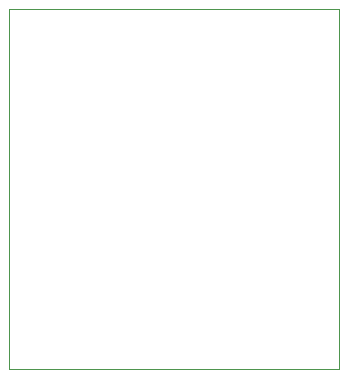
<source format=gbr>
%TF.GenerationSoftware,KiCad,Pcbnew,(5.1.9)-1*%
%TF.CreationDate,2021-03-17T18:50:59-04:00*%
%TF.ProjectId,PowerSplitter,506f7765-7253-4706-9c69-747465722e6b,rev?*%
%TF.SameCoordinates,Original*%
%TF.FileFunction,Profile,NP*%
%FSLAX46Y46*%
G04 Gerber Fmt 4.6, Leading zero omitted, Abs format (unit mm)*
G04 Created by KiCad (PCBNEW (5.1.9)-1) date 2021-03-17 18:50:59*
%MOMM*%
%LPD*%
G01*
G04 APERTURE LIST*
%TA.AperFunction,Profile*%
%ADD10C,0.050000*%
%TD*%
G04 APERTURE END LIST*
D10*
X109220000Y-88900000D02*
X109220000Y-58420000D01*
X137160000Y-88900000D02*
X109220000Y-88900000D01*
X137160000Y-58420000D02*
X137160000Y-88900000D01*
X109220000Y-58420000D02*
X137160000Y-58420000D01*
M02*

</source>
